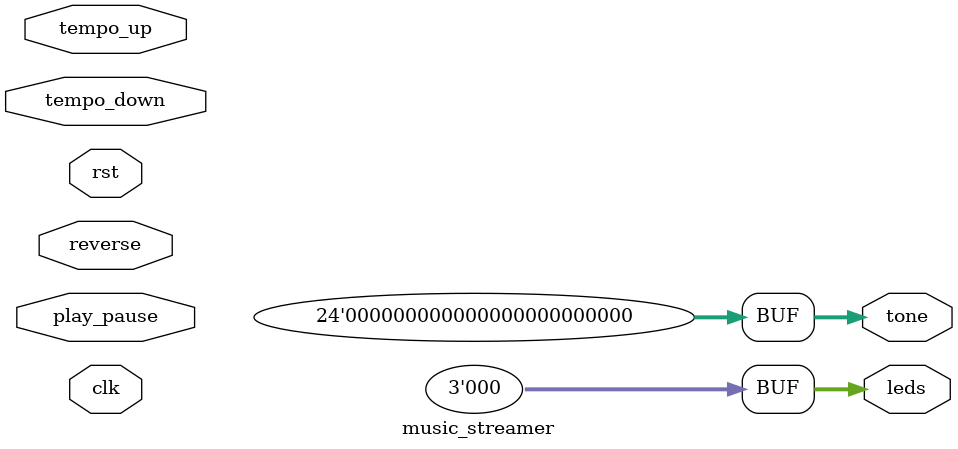
<source format=v>
module music_streamer (
    input clk,
    input rst,
    input tempo_up,
    input tempo_down,
    input play_pause,
    input reverse,
    output [2:0] leds,
    output [23:0] tone
);
    // Instantiate the ROM here
    assign leds = 0;
    assign tone = 0;
endmodule

</source>
